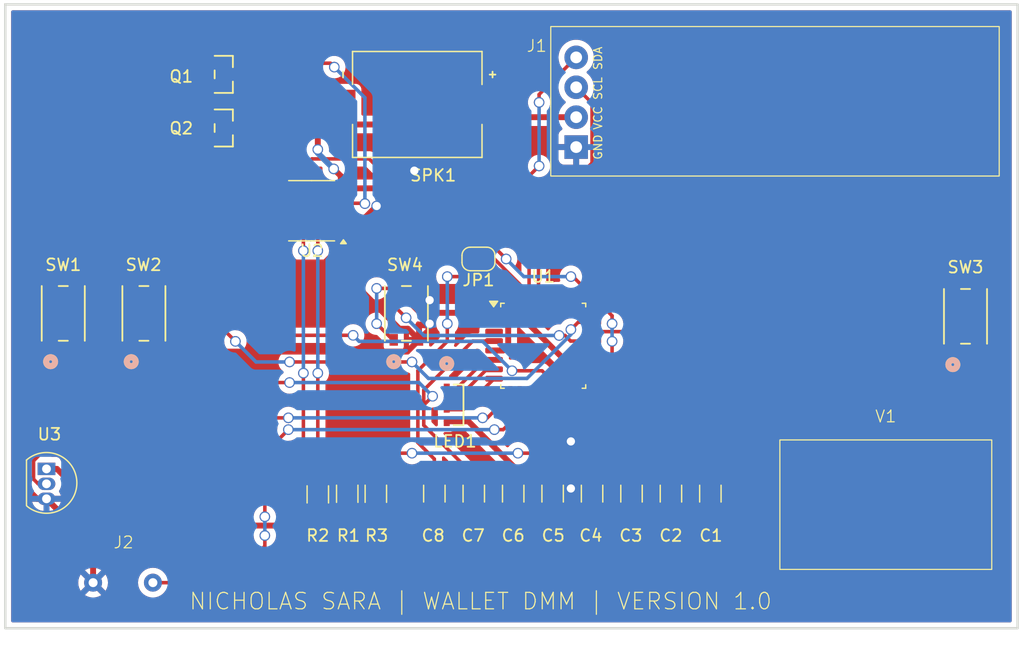
<source format=kicad_pcb>
(kicad_pcb (version 20240108) (generator "pcbnew") (generator_version "8.0")
  (layers (0 "F.Cu" signal) (31 "B.Cu" signal) (34 "B.Paste" user) (35 "F.Paste" user) (36 "B.SilkS" user "B.Silkscreen") (37 "F.SilkS" user "F.Silkscreen") (38 "B.Mask" user) (39 "F.Mask" user) (44 "Edge.Cuts" user))
  (net 0 "")
  (net 1 "GND")
  (net 2 "Net-(U2-CV)")
  (net 3 "VDD")
  (net 4 "Net-(U2-THR)")
  (net 5 "NRST")
  (net 6 "BOOT0")
  (net 7 "I2C1_SCL")
  (net 8 "I2C1_SDA")
  (net 9 "ADC")
  (net 10 "LED_RED")
  (net 11 "LED_BLUE")
  (net 12 "LED_GREEN")
  (net 13 "OSC_OUT")
  (net 14 "Net-(Q1-S)")
  (net 15 "Net-(Q1-D)")
  (net 16 "PIEZO_EN")
  (net 17 "Net-(U2-DIS)")
  (net 18 "BUTTON0")
  (net 19 "BUTTON1")
  (net 20 "BUTTON2")
  (net 35 "TEMP_ADC")
  (footprint "Package_SO:SOIC-8_3.9x4.9mm_P1.27mm" (layer "F.Cu") (at 96.475 46.405 180)
    (property "Reference" "U2" (at 0 -3.4 0) (layer "F.SilkS"))
    (property "Value" "TLC555xD")
    (pad "1" smd roundrect (at -2.475 -1.905 180) (size 1.95 0.6) (layers "F.Cu" "F.Paste" "F.Mask") (net 1 "GND"))
    (pad "2" smd roundrect (at -2.475 -0.635 180) (size 1.95 0.6) (layers "F.Cu" "F.Paste" "F.Mask") (net 4 "Net-(U2-THR)"))
    (pad "3" smd roundrect (at -2.475 0.635 180) (size 1.95 0.6) (layers "F.Cu" "F.Paste" "F.Mask") (net 13 "OSC_OUT"))
    (pad "4" smd roundrect (at -2.475 1.905 180) (size 1.95 0.6) (layers "F.Cu" "F.Paste" "F.Mask") (net 3 "VDD"))
    (pad "5" smd roundrect (at 2.475 1.905 180) (size 1.95 0.6) (layers "F.Cu" "F.Paste" "F.Mask") (net 2 "Net-(U2-CV)"))
    (pad "6" smd roundrect (at 2.475 0.635 180) (size 1.95 0.6) (layers "F.Cu" "F.Paste" "F.Mask") (net 4 "Net-(U2-THR)"))
    (pad "7" smd roundrect (at 2.475 -0.635 180) (size 1.95 0.6) (layers "F.Cu" "F.Paste" "F.Mask") (net 17 "Net-(U2-DIS)"))
    (pad "8" smd roundrect (at 2.475 -1.905 180) (size 1.95 0.6) (layers "F.Cu" "F.Paste" "F.Mask") (net 3 "VDD"))
  )
  (footprint "project_specific_footprints:XDCR_CPT-1117-83-SMT-TR" (layer "F.Cu") (at 105.45 37.375 -90)
    (property "Reference" "SPK1" (at 6.025 -1.35 180) (layer "F.SilkS"))
    (property "Value" "CPT-1117-83-SMT-TR")
    (fp_text user "+" (at -2.54 -6.35 90) (layer "F.SilkS") (effects (font (size 0.64 0.64))))
    (fp_text user "-" (at -2.54 6.35 90) (layer "F.SilkS") (effects (font (size 0.64 0.64))))
    (pad "N" smd rect (at 0 6.5 270) (size 2.5 2.5) (layers "F.Cu" "F.Paste" "F.Mask") (net 15 "Net-(Q1-D)"))
    (pad "P" smd rect (at 0 -6.5 270) (size 2.5 2.5) (layers "F.Cu" "F.Paste" "F.Mask") (net 3 "VDD"))
  )
  (footprint "Capacitor_SMD:C_1206_3216Metric_Pad1.33x1.80mm_HandSolder" (layer "F.Cu") (at 123.65 70.4375 -90)
    (property "Reference" "C3" (at 3.5625 0.05 180) (layer "F.SilkS"))
    (property "Value" "100nF")
    (pad "1" smd roundrect (at -1.5625 0 270) (size 1.325 1.8) (layers "F.Cu" "F.Paste" "F.Mask") (roundrect_rratio 0.188679) (net 4 "Net-(U2-THR)"))
    (pad "2" smd roundrect (at 1.5625 0 270) (size 1.325 1.8) (layers "F.Cu" "F.Paste" "F.Mask") (roundrect_rratio 0.188679) (net 1 "GND"))
  )
  (footprint "project_specific_footprints:QBLP615-RGB-3053_QTB" (layer "F.Cu") (at 108.6 62.897 -90)
    (property "Reference" "LED1" (at 3.103 -0.0523 0) (layer "F.SilkS"))
    (property "Value" "QBLP615-RGB-3053")
    (pad "1" smd rect (at -0.4064 0.6477 270) (size 0.508 0.508) (layers "F.Cu" "F.Paste" "F.Mask") (net 12 "LED_GREEN"))
    (pad "2" smd rect (at 0.4064 0.6477 270) (size 0.508 0.508) (layers "F.Cu" "F.Paste" "F.Mask") (net 11 "LED_BLUE"))
    (pad "3" smd rect (at 1.397 0.6477 270) (size 0.8128 0.508) (layers "F.Cu" "F.Paste" "F.Mask") (net 3 "VDD"))
    (pad "4" smd rect (at -1.397 0.6477 270) (size 0.8128 0.508) (layers "F.Cu" "F.Paste" "F.Mask") (net 10 "LED_RED"))
  )
  (footprint "project_specific_footprints:SW4_PTS815 SJM 250 SMTR LFS_CNK" (layer "F.Cu") (at 82.225003 55.125001 90)
    (property "Reference" "SW2" (at 4.125001 -0.025003 0) (layer "F.SilkS"))
    (property "Value" "BUTTON0")
    (pad "1" smd rect (at -2.250001 -1.074999 90) (size 0.9906 0.7112) (layers "F.Cu" "F.Paste" "F.Mask") (net 18 "BUTTON0"))
    (pad "2" smd rect (at 2.250001 -1.074999 90) (size 0.9906 0.7112) (layers "F.Cu" "F.Paste" "F.Mask") (net 18 "BUTTON0"))
    (pad "3" smd rect (at -2.250001 1.074999 90) (size 0.9906 0.7112) (layers "F.Cu" "F.Paste" "F.Mask") (net 1 "GND"))
    (pad "4" smd rect (at 2.250001 1.074999 90) (size 0.9906 0.7112) (layers "F.Cu" "F.Paste" "F.Mask") (net 1 "GND"))
  )
  (footprint "Capacitor_SMD:C_1206_3216Metric_Pad1.33x1.80mm_HandSolder" (layer "F.Cu") (at 106.9 70.4375 -90)
    (property "Reference" "C8" (at 3.5625 0.1 180) (layer "F.SilkS"))
    (property "Value" "100nF")
    (pad "1" smd roundrect (at -1.5625 0 270) (size 1.325 1.8) (layers "F.Cu" "F.Paste" "F.Mask") (roundrect_rratio 0.188679) (net 6 "BOOT0"))
    (pad "2" smd roundrect (at 1.5625 0 270) (size 1.325 1.8) (layers "F.Cu" "F.Paste" "F.Mask") (roundrect_rratio 0.188679) (net 1 "GND"))
  )
  (footprint "Resistor_SMD:R_1206_3216Metric_Pad1.30x1.75mm_HandSolder" (layer "F.Cu") (at 99.5 70.45 90)
    (property "Reference" "R1" (at -3.55 0.1 180) (layer "F.SilkS"))
    (property "Value" "1510R")
    (pad "1" smd roundrect (at -1.55 0 90) (size 1.3 1.75) (layers "F.Cu" "F.Paste" "F.Mask") (roundrect_rratio 0.192308) (net 3 "VDD"))
    (pad "2" smd roundrect (at 1.55 0 90) (size 1.3 1.75) (layers "F.Cu" "F.Paste" "F.Mask") (roundrect_rratio 0.192308) (net 17 "Net-(U2-DIS)"))
  )
  (footprint "Capacitor_SMD:C_1206_3216Metric_Pad1.33x1.80mm_HandSolder" (layer "F.Cu") (at 120.3 70.4375 -90)
    (property "Reference" "C4" (at 3.5625 0.1 180) (layer "F.SilkS"))
    (property "Value" "100nF")
    (pad "1" smd roundrect (at -1.5625 0 270) (size 1.325 1.8) (layers "F.Cu" "F.Paste" "F.Mask") (roundrect_rratio 0.188679) (net 3 "VDD"))
    (pad "2" smd roundrect (at 1.5625 0 270) (size 1.325 1.8) (layers "F.Cu" "F.Paste" "F.Mask") (roundrect_rratio 0.188679) (net 1 "GND"))
  )
  (footprint "Resistor_SMD:R_1206_3216Metric_Pad1.30x1.75mm_HandSolder" (layer "F.Cu") (at 101.93 70.45 -90)
    (property "Reference" "R3" (at 3.55 -0.07 180) (layer "F.SilkS"))
    (property "Value" "1kR")
    (pad "1" smd roundrect (at -1.55 0 270) (size 1.3 1.75) (layers "F.Cu" "F.Paste" "F.Mask") (roundrect_rratio 0.192308) (net 6 "BOOT0"))
    (pad "2" smd roundrect (at 1.55 0 270) (size 1.3 1.75) (layers "F.Cu" "F.Paste" "F.Mask") (roundrect_rratio 0.192308) (net 1 "GND"))
  )
  (footprint "Package_QFP:LQFP-32_7x7mm_P0.8mm" (layer "F.Cu") (at 116.15 57.875)
    (property "Reference" "U1" (at 0 -5.88 0) (layer "F.SilkS"))
    (property "Value" "STM32L051K8Tx")
    (pad "1" smd roundrect (at -4.175 -2.8) (size 1.5 0.5) (layers "F.Cu" "F.Paste" "F.Mask") (net 3 "VDD"))
    (pad "2" smd roundrect (at -4.175 -2) (size 1.5 0.5) (layers "F.Cu" "F.Paste" "F.Mask"))
    (pad "3" smd roundrect (at -4.175 -1.2) (size 1.5 0.5) (layers "F.Cu" "F.Paste" "F.Mask"))
    (pad "4" smd roundrect (at -4.175 -0.4) (size 1.5 0.5) (layers "F.Cu" "F.Paste" "F.Mask") (net 5 "NRST"))
    (pad "5" smd roundrect (at -4.175 0.4) (size 1.5 0.5) (layers "F.Cu" "F.Paste" "F.Mask") (net 3 "VDD"))
    (pad "6" smd roundrect (at -4.175 1.2) (size 1.5 0.5) (layers "F.Cu" "F.Paste" "F.Mask") (net 10 "LED_RED"))
    (pad "7" smd roundrect (at -4.175 2) (size 1.5 0.5) (layers "F.Cu" "F.Paste" "F.Mask") (net 12 "LED_GREEN"))
    (pad "8" smd roundrect (at -4.175 2.8) (size 1.5 0.5) (layers "F.Cu" "F.Paste" "F.Mask") (net 11 "LED_BLUE"))
    (pad "9" smd roundrect (at -2.8 4.175) (size 0.5 1.5) (layers "F.Cu" "F.Paste" "F.Mask") (net 35 "TEMP_ADC"))
    (pad "10" smd roundrect (at -2 4.175) (size 0.5 1.5) (layers "F.Cu" "F.Paste" "F.Mask"))
    (pad "11" smd roundrect (at -1.2 4.175) (size 0.5 1.5) (layers "F.Cu" "F.Paste" "F.Mask") (net 9 "ADC"))
    (pad "12" smd roundrect (at -0.4 4.175) (size 0.5 1.5) (layers "F.Cu" "F.Paste" "F.Mask"))
    (pad "13" smd roundrect (at 0.4 4.175) (size 0.5 1.5) (layers "F.Cu" "F.Paste" "F.Mask"))
    (pad "14" smd roundrect (at 1.2 4.175) (size 0.5 1.5) (layers "F.Cu" "F.Paste" "F.Mask") (net 16 "PIEZO_EN"))
    (pad "15" smd roundrect (at 2 4.175) (size 0.5 1.5) (layers "F.Cu" "F.Paste" "F.Mask"))
    (pad "16" smd roundrect (at 2.8 4.175) (size 0.5 1.5) (layers "F.Cu" "F.Paste" "F.Mask") (net 1 "GND"))
    (pad "17" smd roundrect (at 4.175 2.8) (size 1.5 0.5) (layers "F.Cu" "F.Paste" "F.Mask") (net 3 "VDD"))
    (pad "18" smd roundrect (at 4.175 2) (size 1.5 0.5) (layers "F.Cu" "F.Paste" "F.Mask"))
    (pad "19" smd roundrect (at 4.175 1.2) (size 1.5 0.5) (layers "F.Cu" "F.Paste" "F.Mask"))
    (pad "20" smd roundrect (at 4.175 0.4) (size 1.5 0.5) (layers "F.Cu" "F.Paste" "F.Mask"))
    (pad "21" smd roundrect (at 4.175 -0.4) (size 1.5 0.5) (layers "F.Cu" "F.Paste" "F.Mask") (net 20 "BUTTON2"))
    (pad "22" smd roundrect (at 4.175 -1.2) (size 1.5 0.5) (layers "F.Cu" "F.Paste" "F.Mask") (net 19 "BUTTON1"))
    (pad "23" smd roundrect (at 4.175 -2) (size 1.5 0.5) (layers "F.Cu" "F.Paste" "F.Mask") (net 18 "BUTTON0"))
    (pad "24" smd roundrect (at 4.175 -2.8) (size 1.5 0.5) (layers "F.Cu" "F.Paste" "F.Mask"))
    (pad "25" smd roundrect (at 2.8 -4.175) (size 0.5 1.5) (layers "F.Cu" "F.Paste" "F.Mask"))
    (pad "26" smd roundrect (at 2 -4.175) (size 0.5 1.5) (layers "F.Cu" "F.Paste" "F.Mask"))
    (pad "27" smd roundrect (at 1.2 -4.175) (size 0.5 1.5) (layers "F.Cu" "F.Paste" "F.Mask"))
    (pad "28" smd roundrect (at 0.4 -4.175) (size 0.5 1.5) (layers "F.Cu" "F.Paste" "F.Mask"))
    (pad "29" smd roundrect (at -0.4 -4.175) (size 0.5 1.5) (layers "F.Cu" "F.Paste" "F.Mask") (net 7 "I2C1_SCL"))
    (pad "30" smd roundrect (at -1.2 -4.175) (size 0.5 1.5) (layers "F.Cu" "F.Paste" "F.Mask") (net 8 "I2C1_SDA"))
    (pad "31" smd roundrect (at -2 -4.175) (size 0.5 1.5) (layers "F.Cu" "F.Paste" "F.Mask") (net 6 "BOOT0"))
    (pad "32" smd roundrect (at -2.8 -4.175) (size 0.5 1.5) (layers "F.Cu" "F.Paste" "F.Mask") (net 1 "GND"))
  )
  (footprint "Jumper:SolderJumper-2_P1.3mm_Open_RoundedPad1.0x1.5mm" (layer "F.Cu") (at 110.65 50.5 180)
    (property "Reference" "JP1" (at 0 -1.8 0) (layer "F.SilkS"))
    (property "Value" "BOOT0_JMP")
    (pad "1" smd custom (at -0.65 0 180) (size 1 0.5) (layers "F.Cu" "F.Mask") (net 6 "BOOT0") (options (clearance outline) (anchor rect)) (primitives (gr_circle (center 0 0.25) (end 0.5 0.25) (width 0) (fill yes)) (gr_circle (center 0 -0.25) (end 0.5 -0.25) (width 0) (fill yes)) (gr_poly (pts (xy 0.5 0.75) (xy 0 0.75) (xy 0 -0.75) (xy 0.5 -0.75)) (width 0) (fill yes))))
    (pad "2" smd custom (at 0.65 0 180) (size 1 0.5) (layers "F.Cu" "F.Mask") (net 3 "VDD") (options (clearance outline) (anchor rect)) (primitives (gr_circle (center 0 0.25) (end 0.5 0.25) (width 0) (fill yes)) (gr_circle (center 0 -0.25) (end 0.5 -0.25) (width 0) (fill yes)) (gr_poly (pts (xy 0 0.75) (xy -0.5 0.75) (xy -0.5 -0.75) (xy 0 -0.75)) (width 0) (fill yes))))
  )
  (footprint "Capacitor_SMD:C_1206_3216Metric_Pad1.33x1.80mm_HandSolder" (layer "F.Cu") (at 113.6 70.4375 -90)
    (property "Reference" "C6" (at 3.5625 0 180) (layer "F.SilkS"))
    (property "Value" "100nF")
    (pad "1" smd roundrect (at -1.5625 0 270) (size 1.325 1.8) (layers "F.Cu" "F.Paste" "F.Mask") (roundrect_rratio 0.188679) (net 3 "VDD"))
    (pad "2" smd roundrect (at 1.5625 0 270) (size 1.325 1.8) (layers "F.Cu" "F.Paste" "F.Mask") (roundrect_rratio 0.188679) (net 1 "GND"))
  )
  (footprint "Capacitor_SMD:C_1206_3216Metric_Pad1.33x1.80mm_HandSolder" (layer "F.Cu") (at 127 70.4375 -90)
    (property "Reference" "C2" (at 3.5625 0 180) (layer "F.SilkS"))
    (property "Value" "10nF")
    (pad "1" smd roundrect (at -1.5625 0 270) (size 1.325 1.8) (layers "F.Cu" "F.Paste" "F.Mask") (roundrect_rratio 0.188679) (net 3 "VDD"))
    (pad "2" smd roundrect (at 1.5625 0 270) (size 1.325 1.8) (layers "F.Cu" "F.Paste" "F.Mask") (roundrect_rratio 0.188679) (net 1 "GND"))
  )
  (footprint "project_specific_footprints:T2N7002BK" (layer "F.Cu") (at 89.0102 34.819 -90)
    (property "Reference" "Q1" (at 0.181 3.6102 0) (layer "F.SilkS"))
    (property "Value" "T2N7002BK_LM")
    (pad "1" smd rect (at -0.950001 0.9398 270) (size 0.5588 1.4224) (layers "F.Cu" "F.Paste" "F.Mask") (net 13 "OSC_OUT"))
    (pad "2" smd rect (at 0.950001 0.9398 270) (size 0.5588 1.4224) (layers "F.Cu" "F.Paste" "F.Mask") (net 14 "Net-(Q1-S)"))
    (pad "3" smd rect (at 0 -0.9398 270) (size 0.5588 1.4224) (layers "F.Cu" "F.Paste" "F.Mask") (net 15 "Net-(Q1-D)"))
  )
  (footprint "project_specific_footprints:SW4_PTS815 SJM 250 SMTR LFS_CNK" (layer "F.Cu") (at 152.024999 55.375 90)
    (property "Reference" "SW3" (at 4.175 0 0) (layer "F.SilkS"))
    (property "Value" "BUTTON1")
    (pad "1" smd rect (at -2.250001 -1.074999 90) (size 0.9906 0.7112) (layers "F.Cu" "F.Paste" "F.Mask") (net 19 "BUTTON1"))
    (pad "2" smd rect (at 2.250001 -1.074999 90) (size 0.9906 0.7112) (layers "F.Cu" "F.Paste" "F.Mask") (net 19 "BUTTON1"))
    (pad "3" smd rect (at -2.250001 1.074999 90) (size 0.9906 0.7112) (layers "F.Cu" "F.Paste" "F.Mask") (net 1 "GND"))
    (pad "4" smd rect (at 2.250001 1.074999 90) (size 0.9906 0.7112) (layers "F.Cu" "F.Paste" "F.Mask") (net 1 "GND"))
  )
  (footprint "project_specific_footprints:SW4_PTS815 SJM 250 SMTR LFS_CNK" (layer "F.Cu") (at 104.524999 55.125001 90)
    (property "Reference" "SW4" (at 4.125001 -0.124999 0) (layer "F.SilkS"))
    (property "Value" "BUTTON2")
    (pad "1" smd rect (at -2.250001 -1.074999 90) (size 0.9906 0.7112) (layers "F.Cu" "F.Paste" "F.Mask") (net 20 "BUTTON2"))
    (pad "2" smd rect (at 2.250001 -1.074999 90) (size 0.9906 0.7112) (layers "F.Cu" "F.Paste" "F.Mask") (net 20 "BUTTON2"))
    (pad "3" smd rect (at -2.250001 1.074999 90) (size 0.9906 0.7112) (layers "F.Cu" "F.Paste" "F.Mask") (net 1 "GND"))
    (pad "4" smd rect (at 2.250001 1.074999 90) (size 0.9906 0.7112) (layers "F.Cu" "F.Paste" "F.Mask") (net 1 "GND"))
  )
  (footprint "project_specific_footprints:BK-870_CR1025_Holder" (layer "F.Cu") (at 145.255 71.375)
    (property "Reference" "V1" (at 0 -7.5 0) (layer "F.SilkS") (effects (font (thickness 0.1))))
    (property "Value" "~")
    (pad "1" smd roundrect (at -7.695 0) (size 3.2 3.2) (layers "F.Cu" "F.Paste" "F.Mask") (net 3 "VDD"))
    (pad "1" smd roundrect (at 7.695 0) (size 3.2 3.2) (layers "F.Cu" "F.Paste" "F.Mask") (net 3 "VDD"))
    (pad "2" smd circle (at 0 0) (size 8.13 8.13) (layers "F.Cu" "F.Paste" "F.Mask") (net 1 "GND"))
  )
  (footprint "Capacitor_SMD:C_1206_3216Metric_Pad1.33x1.80mm_HandSolder" (layer "F.Cu") (at 110.25 70.4375 -90)
    (property "Reference" "C7" (at 3.5625 0.05 180) (layer "F.SilkS"))
    (property "Value" "100nF")
    (pad "1" smd roundrect (at -1.5625 0 270) (size 1.325 1.8) (layers "F.Cu" "F.Paste" "F.Mask") (roundrect_rratio 0.188679) (net 5 "NRST"))
    (pad "2" smd roundrect (at 1.5625 0 270) (size 1.325 1.8) (layers "F.Cu" "F.Paste" "F.Mask") (roundrect_rratio 0.188679) (net 1 "GND"))
  )
  (footprint "project_specific_footprints:SW4_PTS815 SJM 250 SMTR LFS_CNK" (layer "F.Cu") (at 75.375001 55.125001 90)
    (property "Reference" "SW1" (at 4.125001 0 0) (layer "F.SilkS"))
    (property "Value" "RESET_BUTTON")
    (pad "1" smd rect (at -2.250001 -1.074999 90) (size 0.9906 0.7112) (layers "F.Cu" "F.Paste" "F.Mask") (net 5 "NRST"))
    (pad "2" smd rect (at 2.250001 -1.074999 90) (size 0.9906 0.7112) (layers "F.Cu" "F.Paste" "F.Mask") (net 5 "NRST"))
    (pad "3" smd rect (at -2.250001 1.074999 90) (size 0.9906 0.7112) (layers "F.Cu" "F.Paste" "F.Mask") (net 1 "GND"))
    (pad "4" smd rect (at 2.250001 1.074999 90) (size 0.9906 0.7112) (layers "F.Cu" "F.Paste" "F.Mask") (net 1 "GND"))
  )
  (footprint "project_specific_footprints:T2N7002BK" (layer "F.Cu") (at 89.0102 39.375 -90)
    (property "Reference" "Q2" (at 0.025 3.6102 0) (layer "F.SilkS"))
    (property "Value" "T2N7002BK_LM")
    (pad "1" smd rect (at -0.950001 0.9398 270) (size 0.5588 1.4224) (layers "F.Cu" "F.Paste" "F.Mask") (net 16 "PIEZO_EN"))
    (pad "2" smd rect (at 0.950001 0.9398 270) (size 0.5588 1.4224) (layers "F.Cu" "F.Paste" "F.Mask") (net 1 "GND"))
    (pad "3" smd rect (at 0 -0.9398 270) (size 0.5588 1.4224) (layers "F.Cu" "F.Paste" "F.Mask") (net 14 "Net-(Q1-S)"))
  )
  (footprint "Capacitor_SMD:C_1206_3216Metric_Pad1.33x1.80mm_HandSolder" (layer "F.Cu") (at 116.95 70.4375 -90)
    (property "Reference" "C5" (at 3.5625 -0.05 180) (layer "F.SilkS"))
    (property "Value" "100nF")
    (pad "1" smd roundrect (at -1.5625 0 270) (size 1.325 1.8) (layers "F.Cu" "F.Paste" "F.Mask") (roundrect_rratio 0.188679) (net 3 "VDD"))
    (pad "2" smd roundrect (at 1.5625 0 270) (size 1.325 1.8) (layers "F.Cu" "F.Paste" "F.Mask") (roundrect_rratio 0.188679) (net 1 "GND"))
  )
  (footprint "project_specific_footprints:ADC_Connector" (layer "F.Cu") (at 80.45 83.08 180)
    (property "Reference" "J2" (at -0.05 8.5 0) (layer "F.SilkS") (effects (font (thickness 0.1))))
    (property "Value" "Conn_01x02")
    (pad "1" thru_hole circle (at -2.54 5.08 180) (size 1.524 1.524) (drill 0.762) (layers "*.Cu" "*.Mask") (net 9 "ADC"))
    (pad "2" thru_hole circle (at 2.54 5.08 180) (size 1.524 1.524) (drill 0.762) (layers "*.Cu" "*.Mask") (net 1 "GND"))
  )
  (footprint "Package_TO_SOT_THT:TO-92L_Inline" (layer "F.Cu") (at 73.95 68.335 -90)
    (property "Reference" "U3" (at -2.935 -0.25 180) (layer "F.SilkS"))
    (property "Value" "MCP9700-E/TO")
    (pad "1" thru_hole rect (at 0 0 270) (size 1.05 1.5) (drill 0.75) (layers "*.Cu" "*.Mask") (net 3 "VDD"))
    (pad "2" thru_hole oval (at 1.27 0 270) (size 1.05 1.5) (drill 0.75) (layers "*.Cu" "*.Mask") (net 35 "TEMP_ADC"))
    (pad "3" thru_hole oval (at 2.54 0 270) (size 1.05 1.5) (drill 0.75) (layers "*.Cu" "*.Mask") (net 1 "GND"))
  )
  (footprint "Resistor_SMD:R_1206_3216Metric_Pad1.30x1.75mm_HandSolder" (layer "F.Cu") (at 97 70.5 90)
    (property "Reference" "R2" (at -3.5 0 180) (layer "F.SilkS"))
    (property "Value" "1000R")
    (pad "1" smd roundrect (at -1.55 0 90) (size 1.3 1.75) (layers "F.Cu" "F.Paste" "F.Mask") (roundrect_rratio 0.192308) (net 17 "Net-(U2-DIS)"))
    (pad "2" smd roundrect (at 1.55 0 90) (size 1.3 1.75) (layers "F.Cu" "F.Paste" "F.Mask") (roundrect_rratio 0.192308) (net 4 "Net-(U2-THR)"))
  )
  (footprint "Capacitor_SMD:C_1206_3216Metric_Pad1.33x1.80mm_HandSolder" (layer "F.Cu") (at 130.35 70.4375 -90)
    (property "Reference" "C1" (at 3.5625 -0.05 180) (layer "F.SilkS"))
    (property "Value" "0.01uF")
    (pad "1" smd roundrect (at -1.5625 0 270) (size 1.325 1.8) (layers "F.Cu" "F.Paste" "F.Mask") (roundrect_rratio 0.188679) (net 2 "Net-(U2-CV)"))
    (pad "2" smd roundrect (at 1.5625 0 270) (size 1.325 1.8) (layers "F.Cu" "F.Paste" "F.Mask") (roundrect_rratio 0.188679) (net 1 "GND"))
  )
  (footprint "project_specific_footprints:OLED_Header" (layer "F.Cu") (at 111.71 37.375 90)
    (property "Reference" "J1" (at 4.975 3.89 0) (layer "F.SilkS") (effects (font (thickness 0.1))))
    (property "Value" "Conn_01x04")
    (fp_text user "SCL" (at 0.33 9.5 90) (layer "F.SilkS") (effects (font (size 0.7 0.7) (thickness 0.1)) (justify left bottom)))
    (fp_text user "SDA" (at 2.87 9.5 90) (layer "F.SilkS") (effects (font (size 0.7 0.7) (thickness 0.1)) (justify left bottom)))
    (fp_text user "GND" (at -4.75 9.5 90) (layer "F.SilkS") (effects (font (size 0.7 0.7) (thickness 0.1)) (justify left bottom)))
    (fp_text user "VCC" (at -2.21 9.5 90) (layer "F.SilkS") (effects (font (size 0.7 0.7) (thickness 0.1)) (justify left bottom)))
    (pad "1" thru_hole circle (at 4 7.24 270) (size 2 2) (drill 1) (layers "*.Cu" "*.Mask") (net 8 "I2C1_SDA"))
    (pad "2" thru_hole circle (at 1.46 7.24 270) (size 2 2) (drill 1) (layers "*.Cu" "*.Mask") (net 7 "I2C1_SCL"))
    (pad "3" thru_hole circle (at -1.08 7.24 270) (size 2 2) (drill 1) (layers "*.Cu" "*.Mask") (net 3 "VDD"))
    (pad "4" thru_hole rect (at -3.62 7.24 270) (size 2 2) (drill 1) (layers "*.Cu" "*.Mask") (net 1 "GND"))
  )
  (gr_rect (start 70.45 28.875) (end 156.45 81.875) (stroke (width 0.2)) (fill none) (layer "Edge.Cuts"))
  (gr_text "NICHOLAS SARA | WALLET DMM | VERSION 1.0\n" (at 86 80.4 0) (layer "F.SilkS") (effects (font (size 1.4 1.4) (thickness 0.1)) (justify left bottom)))
  (segment (start 76.45 57.375002) (end 77.3953 58.320302) (width 0.5) (layer "F.Cu") (net 1))
  (segment (start 97.6 50.8) (end 98.95 49.45) (width 0.5) (layer "F.Cu") (net 1))
  (segment (start 83.300002 52.875) (end 83.300002 57.375002) (width 0.5) (layer "F.Cu") (net 1))
  (segment (start 118.95 65.55) (end 118.5 66) (width 0.5) (layer "F.Cu") (net 1))
  (segment (start 153.099998 57.625001) (end 153.099998 63.530002) (width 0.5) (layer "F.Cu") (net 1))
  (segment (start 106.9 72) (end 110.25 72) (width 0.5) (layer "F.Cu") (net 1))
  (segment (start 73.95 70.875) (end 77.91 74.835) (width 0.5) (layer "F.Cu") (net 1))
  (segment (start 105.2 43) (end 107.205 40.995) (width 0.5) (layer "F.Cu") (net 1))
  (segment (start 155 72.692768) (end 150.692768 77) (width 0.5) (layer "F.Cu") (net 1))
  (segment (start 83.300002 57.375002) (end 83.300002 57.514702) (width 0.5) (layer "F.Cu") (net 1))
  (segment (start 73.15 70.875) (end 73.95 70.875) (width 0.5) (layer "F.Cu") (net 1))
  (segment (start 110.25 72) (end 113.6 72) (width 0.5) (layer "F.Cu") (net 1))
  (segment (start 155 69.5) (end 155 72.692768) (width 0.5) (layer "F.Cu") (net 1))
  (segment (start 75.4547 51.8797) (end 73.544402 51.8797) (width 0.5) (layer "F.Cu") (net 1))
  (segment (start 102 46) (end 99.69 48.31) (width 0.5) (layer "F.Cu") (net 1))
  (segment (start 84.155602 58.370302) (end 104.604698 58.370302) (width 0.5) (layer "F.Cu") (net 1))
  (segment (start 123.65 72) (end 127 72) (width 0.5) (layer "F.Cu") (net 1))
  (segment (start 135.35 77) (end 130.35 72) (width 0.5) (layer "F.Cu") (net 1))
  (segment (start 105.599998 53.099998) (end 106.5 54) (width 0.5) (layer "F.Cu") (net 1))
  (segment (start 73.544402 51.8797) (end 72.25 53.174102) (width 0.5) (layer "F.Cu") (net 1))
  (segment (start 93.93 80) (end 101.93 72) (width 0.5) (layer "F.Cu") (net 1))
  (segment (start 149.32 67.31) (end 152.81 67.31) (width 0.5) (layer "F.Cu") (net 1))
  (segment (start 127 72) (end 130.35 72) (width 0.5) (layer "F.Cu") (net 1))
  (segment (start 98.95 48.31) (end 98.95 51.45) (width 0.5) (layer "F.Cu") (net 1))
  (segment (start 105.599998 52.875) (end 112.525 52.875) (width 0.5) (layer "F.Cu") (net 1))
  (segment (start 77.91 78) (end 79.91 80) (width 0.5) (layer "F.Cu") (net 1))
  (segment (start 118.5 70) (end 118.5 70.2) (width 0.5) (layer "F.Cu") (net 1))
  (segment (start 72.25 53.174102) (end 72.25 69.975) (width 0.5) (layer "F.Cu") (net 1))
  (segment (start 106.5 56) (end 106.5 56.475) (width 0.5) (layer "F.Cu") (net 1))
  (segment (start 104.654698 56.429702) (end 105.599998 57.375002) (width 0.5) (layer "F.Cu") (net 1))
  (segment (start 103.929702 56.429702) (end 104.654698 56.429702) (width 0.5) (layer "F.Cu") (net 1))
  (segment (start 104.604698 58.370302) (end 105.599998 57.375002) (width 0.5) (layer "F.Cu") (net 1))
  (segment (start 77.91 74.835) (end 77.91 78) (width 0.5) (layer "F.Cu") (net 1))
  (segment (start 150.692768 77) (end 135.35 77) (width 0.5) (layer "F.Cu") (net 1))
  (segment (start 145.255 71.375) (end 149.32 67.31) (width 0.5) (layer "F.Cu") (net 1))
  (segment (start 116.95 72) (end 120.3 72) (width 0.5) (layer "F.Cu") (net 1))
  (segment (start 118.5 70.2) (end 120.3 72) (width 0.5) (layer "F.Cu") (net 1))
  (segment (start 93.3 50.8) (end 97.6 50.8) (width 0.5) (layer "F.Cu") (net 1))
  (segment (start 72.25 69.975) (end 73.15 70.875) (width 0.5) (layer "F.Cu") (net 1))
  (segment (start 153.099998 53.124999) (end 153.099998 57.625001) (width 0.5) (layer "F.Cu") (net 1))
  (segment (start 106.5 56.475) (end 105.599998 57.375002) (width 0.5) (layer "F.Cu") (net 1))
  (segment (start 88.0704 40.325001) (end 88.0704 45.5704) (width 0.5) (layer "F.Cu") (net 1))
  (segment (start 99.69 48.31) (end 98.95 48.31) (width 0.5) (layer "F.Cu") (net 1))
  (segment (start 77.3953 58.320302) (end 82.354702 58.320302) (width 0.5) (layer "F.Cu") (net 1))
  (segment (start 98.95 51.45) (end 103.929702 56.429702) (width 0.5) (layer "F.Cu") (net 1))
  (segment (start 112.525 52.875) (end 113.35 53.7) (width 0.5) (layer "F.Cu") (net 1))
  (segment (start 118.95 62.05) (end 118.95 65.55) (width 0.5) (layer "F.Cu") (net 1))
  (segment (start 98.95 49.45) (end 98.95 48.31) (width 0.5) (layer "F.Cu") (net 1))
  (segment (start 107.205 40.995) (end 118.95 40.995) (width 0.5) (layer "F.Cu") (net 1))
  (segment (start 82.354702 58.320302) (end 83.300002 57.375002) (width 0.5) (layer "F.Cu") (net 1))
  (segment (start 79.91 80) (end 93.93 80) (width 0.5) (layer "F.Cu") (net 1))
  (segment (start 106.9 72) (end 101.93 72) (width 0.5) (layer "F.Cu") (net 1))
  (segment (start 153.099998 63.530002) (end 145.255 71.375) (width 0.5) (layer "F.Cu") (net 1))
  (segment (start 76.45 52.875) (end 76.45 57.375002) (width 0.5) (layer "F.Cu") (net 1))
  (segment (start 83.300002 57.514702) (end 84.155602 58.370302) (width 0.5) (layer "F.Cu") (net 1))
  (segment (start 113.6 72) (end 116.95 72) (width 0.5) (layer "F.Cu") (net 1))
  (segment (start 105.599998 52.875) (end 105.599998 53.099998) (width 0.5) (layer "F.Cu") (net 1))
  (segment (start 120.3 72) (end 123.65 72) (width 0.5) (layer "F.Cu") (net 1))
  (segment (start 76.45 52.875) (end 75.4547 51.8797) (width 0.5) (layer "F.Cu") (net 1))
  (segment (start 152.81 67.31) (end 155 69.5) (width 0.5) (layer "F.Cu") (net 1))
  (segment (start 88.0704 45.5704) (end 93.3 50.8) (width 0.5) (layer "F.Cu") (net 1))
  (via (at 106.5 56) (size 0.9) (drill 0.7) (layers "F.Cu" "B.Cu") (net 1))
  (via (at 118.5 70) (size 0.9) (drill 0.7) (layers "F.Cu" "B.Cu") (net 1))
  (via (at 118.5 66) (size 0.9) (drill 0.7) (layers "F.Cu" "B.Cu") (net 1))
  (via (at 106.5 54) (size 0.9) (drill 0.7) (layers "F.Cu" "B.Cu") (net 1))
  (via (at 102 46) (size 0.9) (drill 0.7) (layers "F.Cu" "B.Cu") (net 1))
  (via (at 105.2 43) (size 0.9) (drill 0.7) (layers "F.Cu" "B.Cu") (net 1))
  (segment (start 105.2 43) (end 102.2 46) (width 0.5) (layer "B.Cu") (net 1))
  (segment (start 102.2 46) (end 102 46) (width 0.5) (layer "B.Cu") (net 1))
  (segment (start 106.5 54) (end 106.5 56) (width 0.5) (layer "B.Cu") (net 1))
  (segment (start 118.5 66) (end 118.5 70) (width 0.5) (layer "B.Cu") (net 1))
  (segment (start 101.368629 42) (end 96.5 42) (width 0.3) (layer "F.Cu") (net 2))
  (segment (start 111.895 49.395) (end 108.763629 49.395) (width 0.3) (layer "F.Cu") (net 2))
  (segment (start 108.763629 49.395) (end 101.368629 42) (width 0.3) (layer "F.Cu") (net 2))
  (segment (start 122 55.324784) (end 118.675216 52) (width 0.3) (layer "F.Cu") (net 2))
  (segment (start 96.5 42) (end 94 44.5) (width 0.3) (layer "F.Cu") (net 2))
  (segment (start 130.35 68.875) (end 129.875 68.875) (width 0.3) (layer "F.Cu") (net 2))
  (segment (start 122 56) (end 122 55.324784) (width 0.3) (layer "F.Cu") (net 2))
  (segment (start 122 61) (end 122 57.5) (width 0.3) (layer "F.Cu") (net 2))
  (segment (start 118.675216 52) (end 118.5 52) (width 0.3) (layer "F.Cu") (net 2))
  (segment (start 129.875 68.875) (end 122 61) (width 0.3) (layer "F.Cu") (net 2))
  (segment (start 113 50.5) (end 111.895 49.395) (width 0.3) (layer "F.Cu") (net 2))
  (via (at 113 50.5) (size 0.9) (drill 0.7) (layers "F.Cu" "B.Cu") (net 2))
  (via (at 122 57.5) (size 0.9) (drill 0.7) (layers "F.Cu" "B.Cu") (net 2))
  (via (at 118.5 52) (size 0.9) (drill 0.7) (layers "F.Cu" "B.Cu") (net 2))
  (via (at 122 56) (size 0.9) (drill 0.7) (layers "F.Cu" "B.Cu") (net 2))
  (segment (start 122 57.5) (end 122 56) (width 0.3) (layer "B.Cu") (net 2))
  (segment (start 114.5 52) (end 113 50.5) (width 0.3) (layer "B.Cu") (net 2))
  (segment (start 118.5 52) (end 114.5 52) (width 0.3) (layer "B.Cu") (net 2))
  (segment (start 116.95 68.875) (end 120.3 68.875) (width 0.5) (layer "F.Cu") (net 3))
  (segment (start 97 41.2) (end 97 39.5) (width 0.5) (layer "F.Cu") (net 3))
  (segment (start 120.3 68.875) (end 121.425 70) (width 0.5) (layer "F.Cu") (net 3))
  (segment (start 100.6125 70.8875) (end 99.5 72) (width 0.5) (layer "F.Cu") (net 3))
  (segment (start 97 39.5) (end 97.425 39.075) (width 0.5) (layer "F.Cu") (net 3))
  (segment (start 113.6 68.875) (end 111.5875 70.8875) (width 0.5) (layer "F.Cu") (net 3))
  (segment (start 98.35 42.85) (end 98.95 43.45) (width 0.5) (layer "F.Cu") (net 3))
  (segment (start 137.56 71.375) (end 136.1725 69.9875) (width 0.5) (layer "F.Cu") (net 3))
  (segment (start 113.175 55.508362) (end 113.175 57.841638) (width 0.5) (layer "F.Cu") (net 3))
  (segment (start 94 48.31) (end 93.025001 48.31) (width 0.5) (layer "F.Cu") (net 3))
  (segment (start 104.794398 54.175873) (end 105.693525 55.075) (width 0.5) (layer "F.Cu") (net 3))
  (segment (start 113.958362 55.075) (end 111.975 55.075) (width 0.5) (layer "F.Cu") (net 3))
  (segment (start 104.794398 51.705602) (end 104.794398 54.175873) (width 0.5) (layer "F.Cu") (net 3))
  (segment (start 107.9523 64.294) (end 109.794 64.294) (width 0.5) (layer "F.Cu") (net 3))
  (segment (start 112.741638 58.275) (end 111.975 58.275) (width 0.5) (layer "F.Cu") (net 3))
  (segment (start 119.558362 60.675) (end 113.958362 55.075) (width 0.5) (layer "F.Cu") (net 3))
  (segment (start 99 39.075) (end 110.25 39.075) (width 0.5) (layer "F.Cu") (net 3))
  (segment (start 113.6 68.1) (end 113.6 68.875) (width 0.5) (layer "F.Cu") (net 3))
  (segment (start 148.435 75.89) (end 142.075 75.89) (width 0.5) (layer "F.Cu") (net 3))
  (segment (start 92.575 43.925) (end 97.425 39.075) (width 0.5) (layer "F.Cu") (net 3))
  (segment (start 99.5 72) (end 98.35 73.15) (width 0.5) (layer "F.Cu") (net 3))
  (segment (start 111.975 55.075) (end 112.741638 55.075) (width 0.5) (layer "F.Cu") (net 3))
  (segment (start 92.575 47.859999) (end 92.575 43.925) (width 0.5) (layer "F.Cu") (net 3))
  (segment (start 105.693525 55.075) (end 111.975 55.075) (width 0.5) (layer "F.Cu") (net 3))
  (segment (start 121.425 70) (end 125.875 70) (width 0.5) (layer "F.Cu") (net 3))
  (segment (start 98.35 73.15) (end 79.65 73.15) (width 0.5) (layer "F.Cu") (net 3))
  (segment (start 79.65 73.15) (end 74.835 68.335) (width 0.5) (layer "F.Cu") (net 3))
  (segment (start 97.425 39.075) (end 99 39.075) (width 0.5) (layer "F.Cu") (net 3))
  (segment (start 152.95 71.375) (end 148.435 75.89) (width 0.5) (layer "F.Cu") (net 3))
  (segment (start 74.835 68.335) (end 73.95 68.335) (width 0.5) (layer "F.Cu") (net 3))
  (segment (start 142.075 75.89) (end 137.56 71.375) (width 0.5) (layer "F.Cu") (net 3))
  (segment (start 106 50.5) (end 104.794398 51.705602) (width 0.5) (layer "F.Cu") (net 3))
  (segment (start 113.03 38.455) (end 111.95 37.375) (width 0.5) (layer "F.Cu") (net 3))
  (segment (start 98.95 43.45) (end 98.95 44.5) (width 0.5) (layer "F.Cu") (net 3))
  (segment (start 110.25 39.075) (end 111.95 37.375) (width 0.5) (layer "F.Cu") (net 3))
  (segment (start 93.025001 48.31) (end 92.575 47.859999) (width 0.5) (layer "F.Cu") (net 3))
  (segment (start 109.794 64.294) (end 113.6 68.1) (width 0.5) (layer "F.Cu") (net 3))
  (segment (start 113.175 57.841638) (end 112.741638 58.275) (width 0.5) (layer "F.Cu") (net 3))
  (segment (start 125.875 70) (end 127 68.875) (width 0.5) (layer "F.Cu") (net 3))
  (segment (start 128.1125 69.9875) (end 127 68.875) (width 0.5) (layer "F.Cu") (net 3))
  (segment (start 110 50.5) (end 106 50.5) (width 0.5) (layer "F.Cu") (net 3))
  (segment (start 120.325 60.675) (end 119.558362 60.675) (width 0.5) (layer "F.Cu") (net 3))
  (segment (start 127 67.35) (end 127 68.875) (width 0.5) (layer "F.Cu") (net 3))
  (segment (start 118.95 38.455) (end 113.03 38.455) (width 0.5) (layer "F.Cu") (net 3))
  (segment (start 109 50.5) (end 110 50.5) (width 0.5) (layer "F.Cu") (net 3))
  (segment (start 111.5875 70.8875) (end 100.6125 70.8875) (width 0.5) (layer "F.Cu") (net 3))
  (segment (start 112.741638 55.075) (end 113.175 55.508362) (width 0.5) (layer "F.Cu") (net 3))
  (segment (start 98.95 44.5) (end 103 44.5) (width 0.5) (layer "F.Cu") (net 3))
  (segment (start 103 44.5) (end 109 50.5) (width 0.5) (layer "F.Cu") (net 3))
  (segment (start 113.6 68.875) (end 116.95 68.875) (width 0.5) (layer "F.Cu") (net 3))
  (segment (start 120.325 60.675) (end 127 67.35) (width 0.5) (layer "F.Cu") (net 3))
  (segment (start 136.1725 69.9875) (end 128.1125 69.9875) (width 0.5) (layer "F.Cu") (net 3))
  (via (at 97 41.2) (size 0.9) (drill 0.7) (layers "F.Cu" "B.Cu") (net 3))
  (via (at 98.35 42.85) (size 0.9) (drill 0.7) (layers "F.Cu" "B.Cu") (net 3))
  (segment (start 98.35 42.85) (end 97 41.5) (width 0.5) (layer "B.Cu") (net 3))
  (segment (start 97 41.5) (end 97 41.2) (width 0.5) (layer "B.Cu") (net 3))
  (segment (start 98.533738 47.04) (end 98.95 47.04) (width 0.3) (layer "F.Cu") (net 4))
  (segment (start 97 49.8) (end 97 48.573738) (width 0.3) (layer "F.Cu") (net 4))
  (segment (start 114 67) (end 121.775 67) (width 0.3) (layer "F.Cu") (net 4))
  (segment (start 97 68.95) (end 97 60.2) (width 0.3) (layer "F.Cu") (net 4))
  (segment (start 97 49.8) (end 97 47.795001) (width 0.3) (layer "F.Cu") (net 4))
  (segment (start 94.974999 45.77) (end 94 45.77) (width 0.3) (layer "F.Cu") (net 4))
  (segment (start 121.775 67) (end 123.65 68.875) (width 0.3) (layer "F.Cu") (net 4))
  (segment (start 97 47.795001) (end 94.974999 45.77) (width 0.3) (layer "F.Cu") (net 4))
  (segment (start 98.95 67) (end 97 68.95) (width 0.3) (layer "F.Cu") (net 4))
  (segment (start 97 48.573738) (end 98.533738 47.04) (width 0.3) (layer "F.Cu") (net 4))
  (segment (start 105 67) (end 98.95 67) (width 0.3) (layer "F.Cu") (net 4))
  (via (at 97 49.8) (size 0.9) (drill 0.7) (layers "F.Cu" "B.Cu") (net 4))
  (via (at 97 60.2) (size 0.9) (drill 0.7) (layers "F.Cu" "B.Cu") (net 4))
  (via (at 105 67) (size 0.9) (drill 0.7) (layers "F.Cu" "B.Cu") (net 4))
  (via (at 114 67) (size 0.9) (drill 0.7) (layers "F.Cu" "B.Cu") (net 4))
  (segment (start 114 67) (end 105 67) (width 0.3) (layer "B.Cu") (net 4))
  (segment (start 97 60.2) (end 97 49.8) (width 0.3) (layer "B.Cu") (net 4))
  (segment (start 74.300002 52.875) (end 74.300002 57.375002) (width 0.3) (layer "F.Cu") (net 5))
  (segment (start 94.6 61) (end 77.925 61) (width 0.3) (layer "F.Cu") (net 5))
  (segment (start 106 61.6396) (end 110.1646 57.475) (width 0.3) (layer "F.Cu") (net 5))
  (segment (start 106 64.625) (end 106 63.5) (width 0.3) (layer "F.Cu") (net 5))
  (segment (start 106 63.5) (end 106 61.6396) (width 0.3) (layer "F.Cu") (net 5))
  (segment (start 110.1646 57.475) (end 111.975 57.475) (width 0.3) (layer "F.Cu") (net 5))
  (segment (start 110.25 68.875) (end 106 64.625) (width 0.3) (layer "F.Cu") (net 5))
  (segment (start 77.925 61) (end 74.300002 57.375002) (width 0.3) (layer "F.Cu") (net 5))
  (segment (start 106 62.914461) (end 106 63.5) (width 0.3) (layer "F.Cu") (net 5))
  (segment (start 106.751442 62.163019) (end 106 62.914461) (width 0.3) (layer "F.Cu") (net 5))
  (via (at 94.6 61) (size 0.9) (drill 0.7) (layers "F.Cu" "B.Cu") (net 5))
  (via (at 106.751442 62.163019) (size 0.9) (drill 0.7) (layers "F.Cu" "B.Cu") (net 5))
  (segment (start 105.588423 61) (end 94.6 61) (width 0.3) (layer "B.Cu") (net 5))
  (segment (start 106.751442 62.163019) (end 105.588423 61) (width 0.3) (layer "B.Cu") (net 5))
  (segment (start 111.3 50.5) (end 112 50.5) (width 0.3) (layer "F.Cu") (net 6))
  (segment (start 101.93 68.9) (end 106.875 68.9) (width 0.3) (layer "F.Cu") (net 6))
  (segment (start 106.9 67.5) (end 106.9 68.875) (width 0.3) (layer "F.Cu") (net 6))
  (segment (start 114.15 52.65) (end 114.15 53.7) (width 0.3) (layer "F.Cu") (net 6))
  (segment (start 108 57.5) (end 105.5 60) (width 0.3) (layer "F.Cu") (net 6))
  (segment (start 111.3 51.255) (end 111.3 50.5) (width 0.3) (layer "F.Cu") (net 6))
  (segment (start 112 50.5) (end 114.15 52.65) (width 0.3) (layer "F.Cu") (net 6))
  (segment (start 106.875 68.9) (end 106.9 68.875) (width 0.3) (layer "F.Cu") (net 6))
  (segment (start 105.5 60) (end 105.5 66.1) (width 0.3) (layer "F.Cu") (net 6))
  (segment (start 110.555 52) (end 111.3 51.255) (width 0.3) (layer "F.Cu") (net 6))
  (segment (start 108 56) (end 108 57.5) (width 0.3) (layer "F.Cu") (net 6))
  (segment (start 105.5 66.1) (end 106.9 67.5) (width 0.3) (layer "F.Cu") (net 6))
  (segment (start 108 52) (end 110.555 52) (width 0.3) (layer "F.Cu") (net 6))
  (via (at 108 56) (size 0.9) (drill 0.7) (layers "F.Cu" "B.Cu") (net 6))
  (via (at 108 52) (size 0.9) (drill 0.7) (layers "F.Cu" "B.Cu") (net 6))
  (segment (start 108 56) (end 108 52) (width 0.3) (layer "B.Cu") (net 6))
  (segment (start 115.75 53.7) (end 115.75 46.895) (width 0.3) (layer "F.Cu") (net 7))
  (segment (start 115.75 46.895) (end 120.3 42.345) (width 0.3) (layer "F.Cu") (net 7))
  (segment (start 120.3 37.265) (end 118.95 35.915) (width 0.3) (layer "F.Cu") (net 7))
  (segment (start 120.3 42.345) (end 120.3 37.265) (width 0.3) (layer "F.Cu") (net 7))
  (segment (start 115.8 37.2) (end 115.8 36.525) (width 0.3) (layer "F.Cu") (net 8))
  (segment (start 115.8 42.6) (end 114.95 43.45) (width 0.3) (layer "F.Cu") (net 8))
  (segment (start 114.95 43.45) (end 114.95 53.7) (width 0.3) (layer "F.Cu") (net 8))
  (segment (start 115.8 36.525) (end 118.95 33.375) (width 0.3) (layer "F.Cu") (net 8))
  (via (at 115.8 37.2) (size 0.9) (drill 0.7) (layers "F.Cu" "B.Cu") (net 8))
  (via (at 115.8 42.6) (size 0.9) (drill 0.7) (layers "F.Cu" "B.Cu") (net 8))
  (segment (start 115.8 42.6) (end 115.8 37.2) (width 0.3) (layer "B.Cu") (net 8))
  (segment (start 89.4 78) (end 82.99 78) (width 0.3) (layer "F.Cu") (net 9))
  (segment (start 112.749999 65) (end 114.95 62.799999) (width 0.3) (layer "F.Cu") (net 9))
  (segment (start 92.5 67) (end 94.5 65) (width 0.3) (layer "F.Cu") (net 9))
  (segment (start 114.95 62.799999) (end 114.95 62.05) (width 0.3) (layer "F.Cu") (net 9))
  (segment (start 92.5 74.9) (end 89.4 78) (width 0.3) (layer "F.Cu") (net 9))
  (segment (start 112 65) (end 112.749999 65) (width 0.3) (layer "F.Cu") (net 9))
  (segment (start 92.5 72.4) (end 92.5 67) (width 0.3) (layer "F.Cu") (net 9))
  (segment (start 92.5 74) (end 92.5 74.9) (width 0.3) (layer "F.Cu") (net 9))
  (via (at 92.5 74) (size 0.9) (drill 0.7) (layers "F.Cu" "B.Cu") (net 9))
  (via (at 92.5 72.4) (size 0.9) (drill 0.7) (layers "F.Cu" "B.Cu") (net 9))
  (via (at 94.5 65) (size 0.9) (drill 0.7) (layers "F.Cu" "B.Cu") (net 9))
  (via (at 112 65) (size 0.9) (drill 0.7) (layers "F.Cu" "B.Cu") (net 9))
  (segment (start 94.5 65) (end 112 65) (width 0.3) (layer "B.Cu") (net 9))
  (segment (start 92.5 74) (end 92.5 72.4) (width 0.3) (layer "B.Cu") (net 9))
  (segment (start 108.800001 61.5) (end 111.225001 59.075) (width 0.3) (layer "F.Cu") (net 10))
  (segment (start 111.225001 59.075) (end 111.975 59.075) (width 0.3) (layer "F.Cu") (net 10))
  (segment (start 107.9523 61.5) (end 108.800001 61.5) (width 0.3) (layer "F.Cu") (net 10))
  (segment (start 109.3466 63.3034) (end 111.975 60.675) (width 0.3) (layer "F.Cu") (net 11))
  (segment (start 107.9523 63.3034) (end 109.3466 63.3034) (width 0.3) (layer "F.Cu") (net 11))
  (segment (start 111.349784 59.875) (end 111.975 59.875) (width 0.3) (layer "F.Cu") (net 12))
  (segment (start 107.9523 62.4906) (end 108.734184 62.4906) (width 0.3) (layer "F.Cu") (net 12))
  (segment (start 108.734184 62.4906) (end 111.349784 59.875) (width 0.3) (layer "F.Cu") (net 12))
  (segment (start 98.068999 33.868999) (end 88.0704 33.868999) (width 0.3) (layer "F.Cu") (net 13))
  (segment (start 98.4 34.2) (end 98.068999 33.868999) (width 0.3) (layer "F.Cu") (net 13))
  (segment (start 100.97 45.77) (end 98.95 45.77) (width 0.3) (layer "F.Cu") (net 13))
  (segment (start 101 45.8) (end 100.97 45.77) (width 0.3) (layer "F.Cu") (net 13))
  (via (at 101 45.8) (size 0.9) (drill 0.7) (layers "F.Cu" "B.Cu") (net 13))
  (via (at 98.4 34.2) (size 0.9) (drill 0.7) (layers "F.Cu" "B.Cu") (net 13))
  (segment (start 101 36.8) (end 98.4 34.2) (width 0.3) (layer "B.Cu") (net 13))
  (segment (start 101 45.8) (end 101 36.8) (width 0.3) (layer "B.Cu") (net 13))
  (segment (start 89.95 37.648601) (end 89.95 39.375) (width 0.3) (layer "F.Cu") (net 14))
  (segment (start 88.0704 35.769001) (end 89.95 37.648601) (width 0.3) (layer "F.Cu") (net 14))
  (segment (start 96.394 34.819) (end 89.95 34.819) (width 0.3) (layer "F.Cu") (net 15))
  (segment (start 98.95 37.375) (end 96.394 34.819) (width 0.3) (layer "F.Cu") (net 15))
  (segment (start 113.5 60) (end 116.049999 60) (width 0.3) (layer "F.Cu") (net 16))
  (segment (start 88.0704 38.424999) (end 87.0092 39.486199) (width 0.3) (layer "F.Cu") (net 16))
  (segment (start 117.35 61.300001) (end 117.35 62.05) (width 0.3) (layer "F.Cu") (net 16))
  (segment (start 87.0092 51.0092) (end 92.986212 56.986212) (width 0.3) (layer "F.Cu") (net 16))
  (segment (start 116.049999 60) (end 117.35 61.300001) (width 0.3) (layer "F.Cu") (net 16))
  (segment (start 92.986212 56.986212) (end 100 56.986212) (width 0.3) (layer "F.Cu") (net 16))
  (segment (start 87.0092 39.486199) (end 87.0092 51.0092) (width 0.3) (layer "F.Cu") (net 16))
  (via (at 100 56.986212) (size 0.9) (drill 0.7) (layers "F.Cu" "B.Cu") (net 16))
  (via (at 113.5 60) (size 0.9) (drill 0.7) (layers "F.Cu" "B.Cu") (net 16))
  (segment (start 111 57.5) (end 113.5 60) (width 0.3) (layer "B.Cu") (net 16))
  (segment (start 100 56.986212) (end 100.513788 57.5) (width 0.3) (layer "B.Cu") (net 16))
  (segment (start 100.513788 57.5) (end 111 57.5) (width 0.3) (layer "B.Cu") (net 16))
  (segment (start 95.775 49.8) (end 95.775 48.398738) (width 0.3) (layer "F.Cu") (net 17))
  (segment (start 97 71.4) (end 99.5 68.9) (width 0.3) (layer "F.Cu") (net 17))
  (segment (start 94.416262 47.04) (end 94 47.04) (width 0.3) (layer "F.Cu") (net 17))
  (segment (start 95.775 60.2) (end 95.775 70.825) (width 0.3) (layer "F.Cu") (net 17))
  (segment (start 97 72.05) (end 97 71.4) (width 0.3) (layer "F.Cu") (net 17))
  (segment (start 95.775 48.398738) (end 94.416262 47.04) (width 0.3) (layer "F.Cu") (net 17))
  (segment (start 95.775 70.825) (end 97 72.05) (width 0.3) (layer "F.Cu") (net 17))
  (via (at 95.775 60.2) (size 0.9) (drill 0.7) (layers "F.Cu" "B.Cu") (net 17))
  (via (at 95.775 49.8) (size 0.9) (drill 0.7) (layers "F.Cu" "B.Cu") (net 17))
  (segment (start 95.775 60.2) (end 95.775 49.8) (width 0.3) (layer "B.Cu") (net 17))
  (segment (start 81.150004 52.875) (end 81.150004 57.375002) (width 0.3) (layer "F.Cu") (net 18))
  (segment (start 119.125 55.875) (end 120.325 55.875) (width 0.3) (layer "F.Cu") (net 18))
  (segment (start 81.150004 52.875) (end 81.995304 52.0297) (width 0.3) (layer "F.Cu") (net 18))
  (segment (start 81.995304 52.0297) (end 84.5297 52.0297) (width 0.3) (layer "F.Cu") (net 18))
  (segment (start 94.6 59.25) (end 105 59.25) (width 0.3) (layer "F.Cu") (net 18))
  (segment (start 118.5 56.5) (end 119.125 55.875) (width 0.3) (layer "F.Cu") (net 18))
  (segment (start 84.5297 52.0297) (end 90 57.5) (width 0.3) (layer "F.Cu") (net 18))
  (via (at 105 59.25) (size 0.9) (drill 0.7) (layers "F.Cu" "B.Cu") (net 18))
  (via (at 94.6 59.25) (size 0.9) (drill 0.7) (layers "F.Cu" "B.Cu") (net 18))
  (via (at 90 57.5) (size 0.9) (drill 0.7) (layers "F.Cu" "B.Cu") (net 18))
  (via (at 118.5 56.5) (size 0.9) (drill 0.7) (layers "F.Cu" "B.Cu") (net 18))
  (segment (start 94.6 59.25) (end 91.75 59.25) (width 0.3) (layer "B.Cu") (net 18))
  (segment (start 105 59.25) (end 106.4 60.65) (width 0.3) (layer "B.Cu") (net 18))
  (segment (start 91.75 59.25) (end 90 57.5) (width 0.3) (layer "B.Cu") (net 18))
  (segment (start 106.4 60.65) (end 114.769239 60.65) (width 0.3) (layer "B.Cu") (net 18))
  (segment (start 118.5 56.919239) (end 118.5 56.5) (width 0.3) (layer "B.Cu") (net 18))
  (segment (start 114.769239 60.65) (end 118.5 56.919239) (width 0.3) (layer "B.Cu") (net 18))
  (segment (start 150.95 53.124999) (end 150.95 57.625001) (width 0.3) (layer "F.Cu") (net 19))
  (segment (start 149.999999 56.675) (end 120.325 56.675) (width 0.3) (layer "F.Cu") (net 19))
  (segment (start 150.95 57.625001) (end 149.999999 56.675) (width 0.3) (layer "F.Cu") (net 19))
  (segment (start 117.5 57) (end 118 57) (width 0.3) (layer "F.Cu") (net 20))
  (segment (start 103.375002 57.375002) (end 102 56) (width 0.3) (layer "F.Cu") (net 20))
  (segment (start 103.45 52.875) (end 103.45 54.45) (width 0.3) (layer "F.Cu") (net 20))
  (segment (start 102 53) (end 103.325 53) (width 0.3) (layer "F.Cu") (net 20))
  (segment (start 103.325 53) (end 103.45 52.875) (width 0.3) (layer "F.Cu") (net 20))
  (segment (start 103.45 57.375002) (end 103.375002 57.375002) (width 0.3) (layer "F.Cu") (net 20))
  (segment (start 103.45 54.45) (end 104.5 55.5) (width 0.3) (layer "F.Cu") (net 20))
  (segment (start 118.475 57.475) (end 120.325 57.475) (width 0.3) (layer "F.Cu") (net 20))
  (segment (start 118 57) (end 118.475 57.475) (width 0.3) (layer "F.Cu") (net 20))
  (via (at 102 56) (size 0.9) (drill 0.7) (layers "F.Cu" "B.Cu") (net 20))
  (via (at 102 53) (size 0.9) (drill 0.7) (layers "F.Cu" "B.Cu") (net 20))
  (via (at 104.5 55.5) (size 0.9) (drill 0.7) (layers "F.Cu" "B.Cu") (net 20))
  (via (at 117.5 57) (size 0.9) (drill 0.7) (layers "F.Cu" "B.Cu") (net 20))
  (segment (start 104.5 55.5) (end 106 57) (width 0.3) (layer "B.Cu") (net 20))
  (segment (start 102 56) (end 102 53) (width 0.3) (layer "B.Cu") (net 20))
  (segment (start 106 57) (end 117.5 57) (width 0.3) (layer "B.Cu") (net 20))
  (segment (start 111 64) (end 111.4 64) (width 0.3) (layer "F.Cu") (net 35))
  (segment (start 76.5 64) (end 72.85 67.65) (width 0.3) (layer "F.Cu") (net 35))
  (segment (start 73.245 69.605) (end 73.95 69.605) (width 0.3) (layer "F.Cu") (net 35))
  (segment (start 72.85 67.65) (end 72.85 69.21) (width 0.3) (layer "F.Cu") (net 35))
  (segment (start 111.4 64) (end 113.35 62.05) (width 0.3) (layer "F.Cu") (net 35))
  (segment (start 94.5 64) (end 76.5 64) (width 0.3) (layer "F.Cu") (net 35))
  (segment (start 72.85 69.21) (end 73.245 69.605) (width 0.3) (layer "F.Cu") (net 35))
  (via (at 111 64) (size 0.9) (drill 0.7) (layers "F.Cu" "B.Cu") (net 35))
  (via (at 94.5 64) (size 0.9) (drill 0.7) (layers "F.Cu" "B.Cu") (net 35))
  (segment (start 94.5 64) (end 111 64) (width 0.3) (layer "B.Cu") (net 35))
  (zone (net 1) (net_name "GND") (layers "F&B.Cu") (connect_pads (clearance 0.5)) (min_thickness 0.25) (fill yes (thermal_gap 0.5) (thermal_bridge_width 0.5) (island_removal_mode 1) (island_area_min 10))
    (polygon (pts (xy 70 28.5) (xy 70 82.5) (xy 157 82.5) (xy 157 28.5)))
  )
)
</source>
